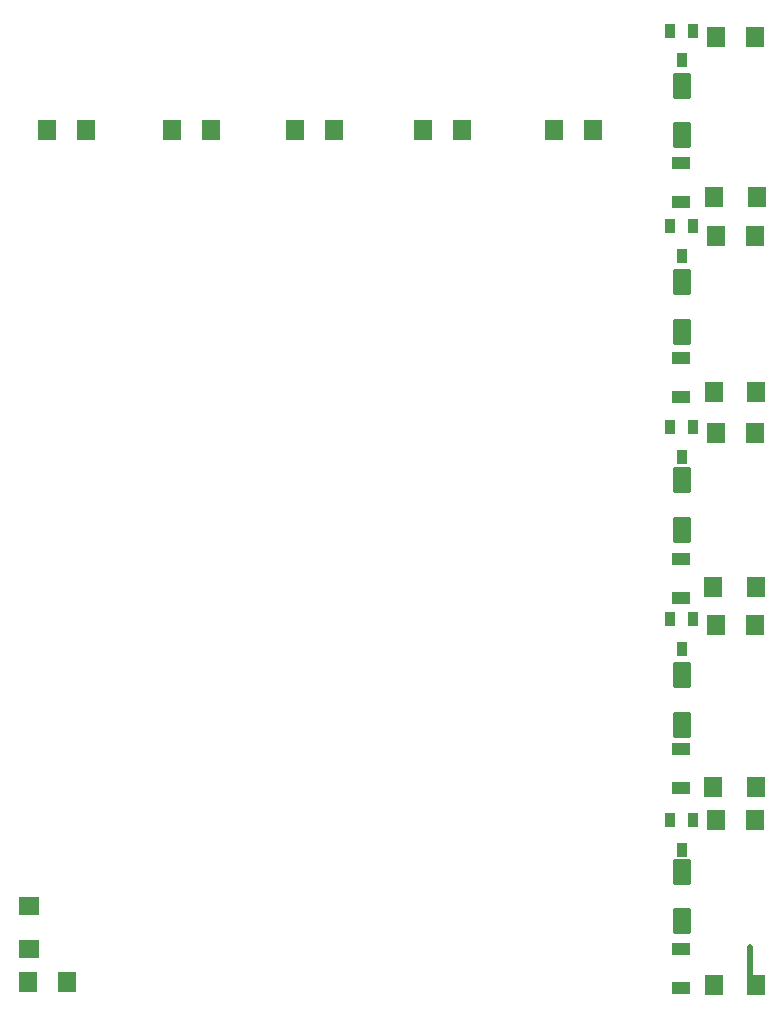
<source format=gtp>
G04*
G04 #@! TF.GenerationSoftware,Altium Limited,Altium Designer,21.3.2 (30)*
G04*
G04 Layer_Color=8421504*
%FSTAX24Y24*%
%MOIN*%
G70*
G04*
G04 #@! TF.SameCoordinates,4F95F32B-0C25-4130-9E89-9C1B30D11028*
G04*
G04*
G04 #@! TF.FilePolarity,Positive*
G04*
G01*
G75*
%ADD22R,0.0610X0.0433*%
%ADD23R,0.0600X0.0650*%
G04:AMPARAMS|DCode=24|XSize=86.6mil|YSize=59.1mil|CornerRadius=7.4mil|HoleSize=0mil|Usage=FLASHONLY|Rotation=270.000|XOffset=0mil|YOffset=0mil|HoleType=Round|Shape=RoundedRectangle|*
%AMROUNDEDRECTD24*
21,1,0.0866,0.0443,0,0,270.0*
21,1,0.0719,0.0591,0,0,270.0*
1,1,0.0148,-0.0221,-0.0359*
1,1,0.0148,-0.0221,0.0359*
1,1,0.0148,0.0221,0.0359*
1,1,0.0148,0.0221,-0.0359*
%
%ADD24ROUNDEDRECTD24*%
%ADD25R,0.0650X0.0600*%
%ADD26R,0.0335X0.0472*%
%ADD27C,0.0200*%
D22*
X055543Y0365D02*
D03*
Y0378D02*
D03*
X055543Y0497D02*
D03*
Y051D02*
D03*
X055543Y0248D02*
D03*
Y0235D02*
D03*
Y03145D02*
D03*
Y03015D02*
D03*
Y0445D02*
D03*
Y0432D02*
D03*
D23*
X052605Y0521D02*
D03*
X051305D02*
D03*
X03569D02*
D03*
X03439D02*
D03*
X04395D02*
D03*
X04265D02*
D03*
X04824D02*
D03*
X04694D02*
D03*
X039855D02*
D03*
X038555D02*
D03*
X056678Y0356D02*
D03*
X057978D02*
D03*
X05663Y04985D02*
D03*
X056618Y0236D02*
D03*
X0566Y0302D02*
D03*
Y03685D02*
D03*
X056618Y04335D02*
D03*
X03505Y0237D02*
D03*
X03375D02*
D03*
X058038Y0236D02*
D03*
X05802Y0302D02*
D03*
Y03685D02*
D03*
X058038Y04335D02*
D03*
X05805Y04985D02*
D03*
X056678Y04855D02*
D03*
X057978D02*
D03*
X056678Y0552D02*
D03*
X057978D02*
D03*
X058Y042D02*
D03*
X0567D02*
D03*
X057978Y0291D02*
D03*
X056678D02*
D03*
D24*
X05555Y051923D02*
D03*
Y053577D02*
D03*
Y033927D02*
D03*
Y032273D02*
D03*
Y038773D02*
D03*
Y040427D02*
D03*
Y025723D02*
D03*
Y027377D02*
D03*
Y045373D02*
D03*
Y047027D02*
D03*
D25*
X0338Y0248D02*
D03*
Y02622D02*
D03*
D26*
X055548Y054416D02*
D03*
X05592Y055398D02*
D03*
X055162Y0554D02*
D03*
Y042192D02*
D03*
X05592Y04219D02*
D03*
X055548Y041208D02*
D03*
X055162Y029092D02*
D03*
X05592Y02909D02*
D03*
X055548Y028108D02*
D03*
X055162Y035792D02*
D03*
X05592Y03579D02*
D03*
X055548Y034808D02*
D03*
X055162Y048892D02*
D03*
X05592Y04889D02*
D03*
X055548Y047908D02*
D03*
D27*
X057828Y023835D02*
Y02485D01*
M02*

</source>
